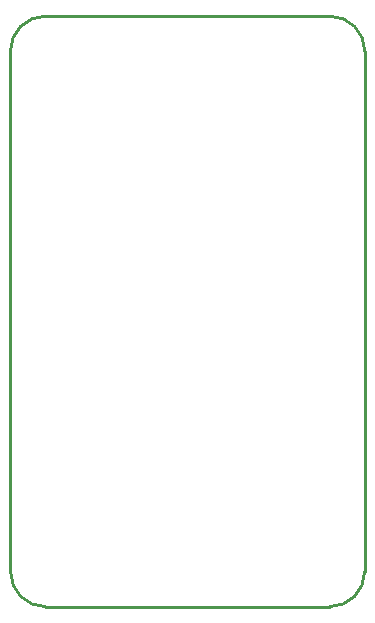
<source format=gko>
G04 Layer: BoardOutlineLayer*
G04 EasyEDA Pro v2.2.45.4, 2025-12-09 09:54:16*
G04 Gerber Generator version 0.3*
G04 Scale: 100 percent, Rotated: No, Reflected: No*
G04 Dimensions in millimeters*
G04 Leading zeros omitted, absolute positions, 4 integers and 5 decimals*
G04 Generated by one-click*
%FSLAX45Y45*%
%MOMM*%
%ADD10C,0.254*%
%ADD11C,0.1181*%
G75*


G04 PolygonModel Start*
G54D10*
G01X-1499997Y-3203793D02*
G01X-1499997Y1203797D01*
G01X1203797Y-3499993D02*
G01X-1203797Y-3499993D01*
G01X1499997Y1203797D02*
G01X1499997Y-3203793D01*
G01X-1203797Y1499997D02*
G01X1203797Y1499997D01*
G01X1203798Y1499997D02*
G02X1499997Y1203797I0J-296199D01*
G01X1499997Y-3203794D02*
G02X1203798Y-3499993I-296199J0D01*
G01X-1203797Y-3499993D02*
G02X-1499997Y-3203794I0J296199D01*
G01X-1499997Y1203797D02*
G02X-1203797Y1499997I296199J0D01*

M02*


</source>
